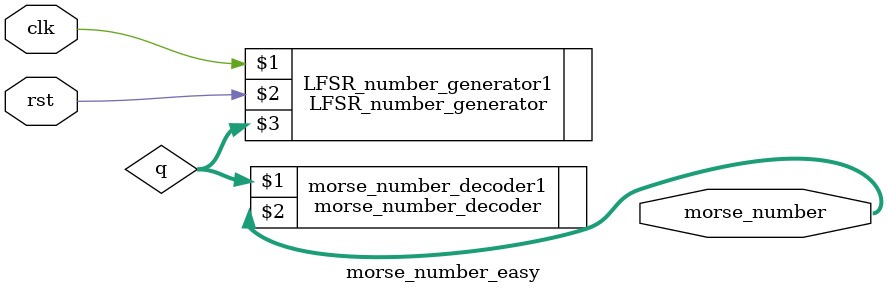
<source format=v>
module morse_number_easy(clk, rst, morse_number); 
   input clk, rst;
   output [3:0] morse_number;
   wire [3:0] q;   

   LFSR_number_generator LFSR_number_generator1(clk, rst, q); 
   morse_number_decoder morse_number_decoder1(q, morse_number); 

endmodule 

</source>
